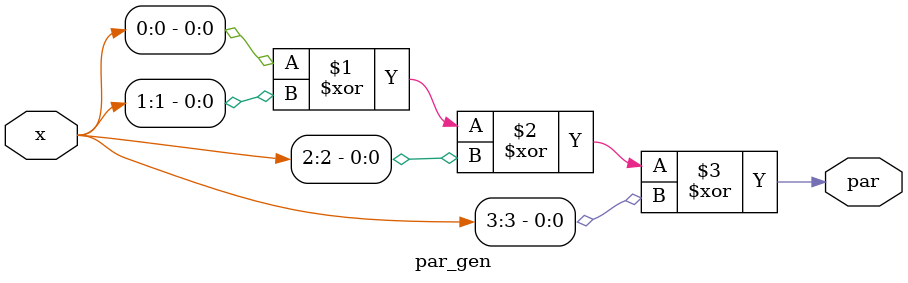
<source format=v>
module par_gen(x, par);

    input [3:0] x;
    output par;

    assign par = x[0] ^ x[1] ^ x[2] ^ x[3]; 

endmodule
</source>
